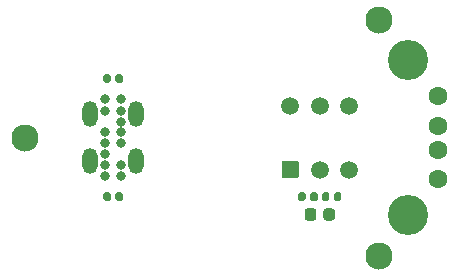
<source format=gbr>
%TF.GenerationSoftware,KiCad,Pcbnew,(5.1.12-1-10_14)*%
%TF.CreationDate,2022-08-29T02:47:29+08:00*%
%TF.ProjectId,0102_USB-C,30313032-5f55-4534-922d-432e6b696361,rev?*%
%TF.SameCoordinates,Original*%
%TF.FileFunction,Soldermask,Top*%
%TF.FilePolarity,Negative*%
%FSLAX46Y46*%
G04 Gerber Fmt 4.6, Leading zero omitted, Abs format (unit mm)*
G04 Created by KiCad (PCBNEW (5.1.12-1-10_14)) date 2022-08-29 02:47:29*
%MOMM*%
%LPD*%
G01*
G04 APERTURE LIST*
%ADD10C,3.400000*%
%ADD11C,1.600000*%
%ADD12C,1.500000*%
%ADD13C,2.300000*%
%ADD14C,0.800000*%
%ADD15O,1.300000X2.200000*%
G04 APERTURE END LIST*
D10*
%TO.C,J2*%
X34800000Y5730000D03*
X34800000Y18870000D03*
D11*
X37300000Y8800000D03*
X37300000Y11300000D03*
X37300000Y13300000D03*
X37300000Y15800000D03*
%TD*%
%TO.C,R4*%
G36*
G01*
X9990000Y17090000D02*
X9990000Y17510000D01*
G75*
G02*
X10150000Y17670000I160000J0D01*
G01*
X10470000Y17670000D01*
G75*
G02*
X10630000Y17510000I0J-160000D01*
G01*
X10630000Y17090000D01*
G75*
G02*
X10470000Y16930000I-160000J0D01*
G01*
X10150000Y16930000D01*
G75*
G02*
X9990000Y17090000I0J160000D01*
G01*
G37*
G36*
G01*
X8970000Y17090000D02*
X8970000Y17510000D01*
G75*
G02*
X9130000Y17670000I160000J0D01*
G01*
X9450000Y17670000D01*
G75*
G02*
X9610000Y17510000I0J-160000D01*
G01*
X9610000Y17090000D01*
G75*
G02*
X9450000Y16930000I-160000J0D01*
G01*
X9130000Y16930000D01*
G75*
G02*
X8970000Y17090000I0J160000D01*
G01*
G37*
%TD*%
%TO.C,R3*%
G36*
G01*
X9610000Y7510000D02*
X9610000Y7090000D01*
G75*
G02*
X9450000Y6930000I-160000J0D01*
G01*
X9130000Y6930000D01*
G75*
G02*
X8970000Y7090000I0J160000D01*
G01*
X8970000Y7510000D01*
G75*
G02*
X9130000Y7670000I160000J0D01*
G01*
X9450000Y7670000D01*
G75*
G02*
X9610000Y7510000I0J-160000D01*
G01*
G37*
G36*
G01*
X10630000Y7510000D02*
X10630000Y7090000D01*
G75*
G02*
X10470000Y6930000I-160000J0D01*
G01*
X10150000Y6930000D01*
G75*
G02*
X9990000Y7090000I0J160000D01*
G01*
X9990000Y7510000D01*
G75*
G02*
X10150000Y7670000I160000J0D01*
G01*
X10470000Y7670000D01*
G75*
G02*
X10630000Y7510000I0J-160000D01*
G01*
G37*
%TD*%
D12*
%TO.C,SW1*%
X29800000Y15000000D03*
X27300000Y15000000D03*
X24800000Y15000000D03*
X29800000Y9600000D03*
X27300000Y9600000D03*
G36*
G01*
X25450000Y8900000D02*
X24150000Y8900000D01*
G75*
G02*
X24100000Y8950000I0J50000D01*
G01*
X24100000Y10250000D01*
G75*
G02*
X24150000Y10300000I50000J0D01*
G01*
X25450000Y10300000D01*
G75*
G02*
X25500000Y10250000I0J-50000D01*
G01*
X25500000Y8950000D01*
G75*
G02*
X25450000Y8900000I-50000J0D01*
G01*
G37*
%TD*%
D13*
%TO.C,H3*%
X32300000Y2300000D03*
%TD*%
%TO.C,H2*%
X2300000Y12300000D03*
%TD*%
%TO.C,H1*%
X32300000Y22300000D03*
%TD*%
D14*
%TO.C,J1*%
X10500000Y9050000D03*
X10500000Y10000000D03*
X10500000Y11850000D03*
X10500000Y12750000D03*
X10500000Y13650000D03*
X10500000Y14600000D03*
X10500000Y15550000D03*
X9100000Y15550000D03*
X9100000Y14600000D03*
X9100000Y12750000D03*
X9100000Y11850000D03*
X9100000Y10950000D03*
X9100000Y10000000D03*
X9100000Y9050000D03*
D15*
X11730000Y14300000D03*
X7870000Y14300000D03*
X11730000Y10300000D03*
X7870000Y10300000D03*
%TD*%
%TO.C,R2*%
G36*
G01*
X26110000Y7510000D02*
X26110000Y7090000D01*
G75*
G02*
X25950000Y6930000I-160000J0D01*
G01*
X25630000Y6930000D01*
G75*
G02*
X25470000Y7090000I0J160000D01*
G01*
X25470000Y7510000D01*
G75*
G02*
X25630000Y7670000I160000J0D01*
G01*
X25950000Y7670000D01*
G75*
G02*
X26110000Y7510000I0J-160000D01*
G01*
G37*
G36*
G01*
X27130000Y7510000D02*
X27130000Y7090000D01*
G75*
G02*
X26970000Y6930000I-160000J0D01*
G01*
X26650000Y6930000D01*
G75*
G02*
X26490000Y7090000I0J160000D01*
G01*
X26490000Y7510000D01*
G75*
G02*
X26650000Y7670000I160000J0D01*
G01*
X26970000Y7670000D01*
G75*
G02*
X27130000Y7510000I0J-160000D01*
G01*
G37*
%TD*%
%TO.C,R1*%
G36*
G01*
X28110000Y7510000D02*
X28110000Y7090000D01*
G75*
G02*
X27950000Y6930000I-160000J0D01*
G01*
X27630000Y6930000D01*
G75*
G02*
X27470000Y7090000I0J160000D01*
G01*
X27470000Y7510000D01*
G75*
G02*
X27630000Y7670000I160000J0D01*
G01*
X27950000Y7670000D01*
G75*
G02*
X28110000Y7510000I0J-160000D01*
G01*
G37*
G36*
G01*
X29130000Y7510000D02*
X29130000Y7090000D01*
G75*
G02*
X28970000Y6930000I-160000J0D01*
G01*
X28650000Y6930000D01*
G75*
G02*
X28490000Y7090000I0J160000D01*
G01*
X28490000Y7510000D01*
G75*
G02*
X28650000Y7670000I160000J0D01*
G01*
X28970000Y7670000D01*
G75*
G02*
X29130000Y7510000I0J-160000D01*
G01*
G37*
%TD*%
%TO.C,D1*%
G36*
G01*
X27000000Y6081250D02*
X27000000Y5518750D01*
G75*
G02*
X26756250Y5275000I-243750J0D01*
G01*
X26268750Y5275000D01*
G75*
G02*
X26025000Y5518750I0J243750D01*
G01*
X26025000Y6081250D01*
G75*
G02*
X26268750Y6325000I243750J0D01*
G01*
X26756250Y6325000D01*
G75*
G02*
X27000000Y6081250I0J-243750D01*
G01*
G37*
G36*
G01*
X28575000Y6081250D02*
X28575000Y5518750D01*
G75*
G02*
X28331250Y5275000I-243750J0D01*
G01*
X27843750Y5275000D01*
G75*
G02*
X27600000Y5518750I0J243750D01*
G01*
X27600000Y6081250D01*
G75*
G02*
X27843750Y6325000I243750J0D01*
G01*
X28331250Y6325000D01*
G75*
G02*
X28575000Y6081250I0J-243750D01*
G01*
G37*
%TD*%
M02*

</source>
